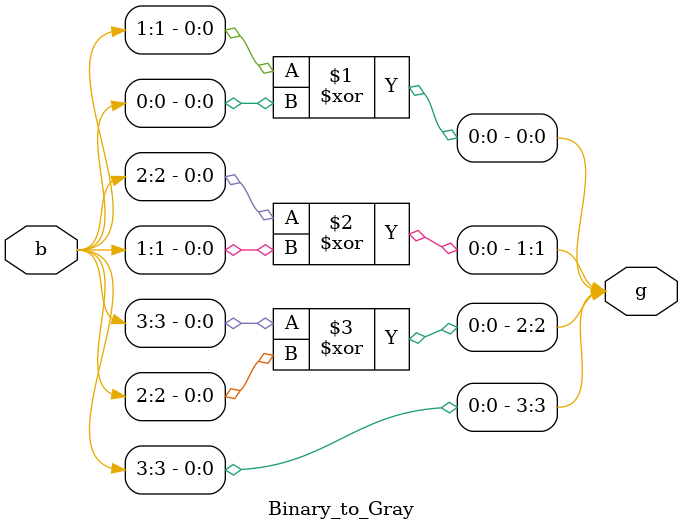
<source format=v>
module Binary_to_Gray(
    input [3:0] b,     // 4-bit binary input
    output [3:0] g     // 4-bit Gray code output
);

    xor A1(g[0],b[1],b[0]);  // XOR gate for bit 0
    xor A2(g[1],b[2],b[1]);  // XOR gate for bit 1
    xor A3(g[2],b[3],b[2]);  // XOR gate for bit 2
    buf A4(g[3],b[3]);       // Buffer for bit 3

endmodule

</source>
